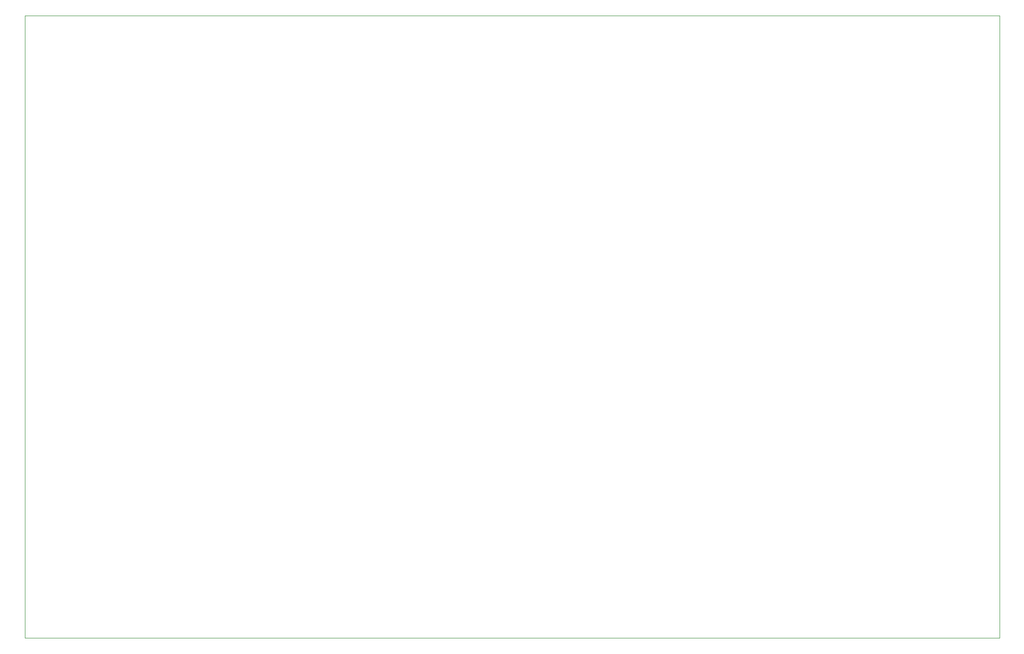
<source format=gbr>
%TF.GenerationSoftware,KiCad,Pcbnew,(5.1.6)-1*%
%TF.CreationDate,2020-09-13T22:12:57+02:00*%
%TF.ProjectId,boneIO - relay board,626f6e65-494f-4202-9d20-72656c617920,rev?*%
%TF.SameCoordinates,Original*%
%TF.FileFunction,Profile,NP*%
%FSLAX46Y46*%
G04 Gerber Fmt 4.6, Leading zero omitted, Abs format (unit mm)*
G04 Created by KiCad (PCBNEW (5.1.6)-1) date 2020-09-13 22:12:58*
%MOMM*%
%LPD*%
G01*
G04 APERTURE LIST*
%TA.AperFunction,Profile*%
%ADD10C,0.100000*%
%TD*%
G04 APERTURE END LIST*
D10*
X288140000Y-368708000D02*
X457140000Y-368708000D01*
X457140000Y-368708000D02*
X457140000Y-260708000D01*
X288140000Y-260708000D02*
X288140000Y-368708000D01*
X288140000Y-260708000D02*
X457140000Y-260708000D01*
M02*

</source>
